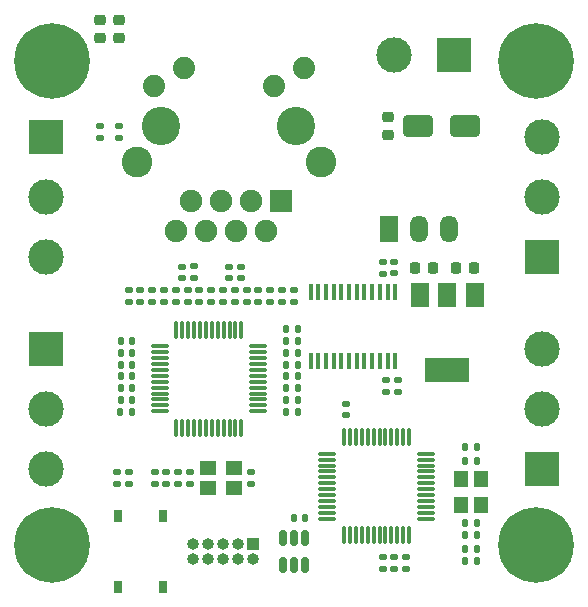
<source format=gbr>
%TF.GenerationSoftware,KiCad,Pcbnew,7.0.6*%
%TF.CreationDate,2024-06-28T04:54:33+09:00*%
%TF.ProjectId,artnet-neopixel,6172746e-6574-42d6-9e65-6f706978656c,rev?*%
%TF.SameCoordinates,Original*%
%TF.FileFunction,Soldermask,Top*%
%TF.FilePolarity,Negative*%
%FSLAX46Y46*%
G04 Gerber Fmt 4.6, Leading zero omitted, Abs format (unit mm)*
G04 Created by KiCad (PCBNEW 7.0.6) date 2024-06-28 04:54:33*
%MOMM*%
%LPD*%
G01*
G04 APERTURE LIST*
G04 Aperture macros list*
%AMRoundRect*
0 Rectangle with rounded corners*
0 $1 Rounding radius*
0 $2 $3 $4 $5 $6 $7 $8 $9 X,Y pos of 4 corners*
0 Add a 4 corners polygon primitive as box body*
4,1,4,$2,$3,$4,$5,$6,$7,$8,$9,$2,$3,0*
0 Add four circle primitives for the rounded corners*
1,1,$1+$1,$2,$3*
1,1,$1+$1,$4,$5*
1,1,$1+$1,$6,$7*
1,1,$1+$1,$8,$9*
0 Add four rect primitives between the rounded corners*
20,1,$1+$1,$2,$3,$4,$5,0*
20,1,$1+$1,$4,$5,$6,$7,0*
20,1,$1+$1,$6,$7,$8,$9,0*
20,1,$1+$1,$8,$9,$2,$3,0*%
G04 Aperture macros list end*
%ADD10R,0.450000X1.475000*%
%ADD11RoundRect,0.135000X-0.135000X-0.185000X0.135000X-0.185000X0.135000X0.185000X-0.135000X0.185000X0*%
%ADD12RoundRect,0.140000X-0.140000X-0.170000X0.140000X-0.170000X0.140000X0.170000X-0.140000X0.170000X0*%
%ADD13C,3.250000*%
%ADD14C,1.890000*%
%ADD15R,1.900000X1.900000*%
%ADD16C,1.900000*%
%ADD17C,2.600000*%
%ADD18R,3.000000X3.000000*%
%ADD19C,3.000000*%
%ADD20RoundRect,0.140000X-0.170000X0.140000X-0.170000X-0.140000X0.170000X-0.140000X0.170000X0.140000X0*%
%ADD21R,1.500000X2.000000*%
%ADD22R,3.800000X2.000000*%
%ADD23RoundRect,0.225000X0.250000X-0.225000X0.250000X0.225000X-0.250000X0.225000X-0.250000X-0.225000X0*%
%ADD24RoundRect,0.135000X0.185000X-0.135000X0.185000X0.135000X-0.185000X0.135000X-0.185000X-0.135000X0*%
%ADD25RoundRect,0.135000X0.135000X0.185000X-0.135000X0.185000X-0.135000X-0.185000X0.135000X-0.185000X0*%
%ADD26RoundRect,0.140000X0.170000X-0.140000X0.170000X0.140000X-0.170000X0.140000X-0.170000X-0.140000X0*%
%ADD27R,1.500000X2.300000*%
%ADD28O,1.500000X2.300000*%
%ADD29C,6.400000*%
%ADD30RoundRect,0.218750X-0.256250X0.218750X-0.256250X-0.218750X0.256250X-0.218750X0.256250X0.218750X0*%
%ADD31RoundRect,0.140000X0.140000X0.170000X-0.140000X0.170000X-0.140000X-0.170000X0.140000X-0.170000X0*%
%ADD32RoundRect,0.135000X-0.185000X0.135000X-0.185000X-0.135000X0.185000X-0.135000X0.185000X0.135000X0*%
%ADD33R,1.000000X1.000000*%
%ADD34O,1.000000X1.000000*%
%ADD35R,1.200000X1.400000*%
%ADD36RoundRect,0.225000X-0.225000X-0.250000X0.225000X-0.250000X0.225000X0.250000X-0.225000X0.250000X0*%
%ADD37R,0.750000X1.000000*%
%ADD38RoundRect,0.150000X0.150000X-0.512500X0.150000X0.512500X-0.150000X0.512500X-0.150000X-0.512500X0*%
%ADD39R,1.400000X1.200000*%
%ADD40RoundRect,0.225000X0.225000X0.250000X-0.225000X0.250000X-0.225000X-0.250000X0.225000X-0.250000X0*%
%ADD41RoundRect,0.075000X-0.075000X0.662500X-0.075000X-0.662500X0.075000X-0.662500X0.075000X0.662500X0*%
%ADD42RoundRect,0.075000X-0.662500X0.075000X-0.662500X-0.075000X0.662500X-0.075000X0.662500X0.075000X0*%
%ADD43RoundRect,0.075000X0.662500X0.075000X-0.662500X0.075000X-0.662500X-0.075000X0.662500X-0.075000X0*%
%ADD44RoundRect,0.075000X0.075000X0.662500X-0.075000X0.662500X-0.075000X-0.662500X0.075000X-0.662500X0*%
%ADD45RoundRect,0.250000X-1.000000X-0.650000X1.000000X-0.650000X1.000000X0.650000X-1.000000X0.650000X0*%
G04 APERTURE END LIST*
D10*
%TO.C,IC1*%
X83575000Y-74062000D03*
X82925000Y-74062000D03*
X82275000Y-74062000D03*
X81625000Y-74062000D03*
X80975000Y-74062000D03*
X80325000Y-74062000D03*
X79675000Y-74062000D03*
X79025000Y-74062000D03*
X78375000Y-74062000D03*
X77725000Y-74062000D03*
X77075000Y-74062000D03*
X76425000Y-74062000D03*
X76425000Y-79938000D03*
X77075000Y-79938000D03*
X77725000Y-79938000D03*
X78375000Y-79938000D03*
X79025000Y-79938000D03*
X79675000Y-79938000D03*
X80325000Y-79938000D03*
X80975000Y-79938000D03*
X81625000Y-79938000D03*
X82275000Y-79938000D03*
X82925000Y-79938000D03*
X83575000Y-79938000D03*
%TD*%
D11*
%TO.C,R28*%
X60290000Y-84200000D03*
X61310000Y-84200000D03*
%TD*%
D12*
%TO.C,C8*%
X89520000Y-96800000D03*
X90480000Y-96800000D03*
%TD*%
D13*
%TO.C,J7*%
X75215000Y-60030000D03*
X63785000Y-60030000D03*
D14*
X63175000Y-56650000D03*
X65715000Y-55130000D03*
X73285000Y-56650000D03*
X75825000Y-55130000D03*
D15*
X73945000Y-66370000D03*
D16*
X72675000Y-68910000D03*
X71405000Y-66370000D03*
X70135000Y-68910000D03*
X68865000Y-66370000D03*
X67595000Y-68910000D03*
X66325000Y-66370000D03*
X65055000Y-68910000D03*
D17*
X77275000Y-63080000D03*
X61725000Y-63080000D03*
%TD*%
D18*
%TO.C,J1*%
X88540000Y-54000000D03*
D19*
X83460000Y-54000000D03*
%TD*%
D20*
%TO.C,C20*%
X68000000Y-73920000D03*
X68000000Y-74880000D03*
%TD*%
%TO.C,C6*%
X83500000Y-96520000D03*
X83500000Y-97480000D03*
%TD*%
D12*
%TO.C,C13*%
X89520000Y-88400000D03*
X90480000Y-88400000D03*
%TD*%
D20*
%TO.C,C28*%
X64200000Y-89320000D03*
X64200000Y-90280000D03*
%TD*%
D21*
%TO.C,U2*%
X90300000Y-74350000D03*
X88000000Y-74350000D03*
D22*
X88000000Y-80650000D03*
D21*
X85700000Y-74350000D03*
%TD*%
D18*
%TO.C,J4*%
X96000000Y-89080000D03*
D19*
X96000000Y-84000000D03*
X96000000Y-78920000D03*
%TD*%
D20*
%TO.C,C7*%
X84500000Y-96520000D03*
X84500000Y-97480000D03*
%TD*%
%TO.C,C30*%
X63200000Y-89320000D03*
X63200000Y-90280000D03*
%TD*%
D23*
%TO.C,C1*%
X83000000Y-60775000D03*
X83000000Y-59225000D03*
%TD*%
D24*
%TO.C,R3*%
X61000000Y-90310000D03*
X61000000Y-89290000D03*
%TD*%
D18*
%TO.C,J3*%
X96000000Y-71080000D03*
D19*
X96000000Y-66000000D03*
X96000000Y-60920000D03*
%TD*%
D25*
%TO.C,R26*%
X75310000Y-81200000D03*
X74290000Y-81200000D03*
%TD*%
D20*
%TO.C,C17*%
X65500000Y-71920000D03*
X65500000Y-72880000D03*
%TD*%
D24*
%TO.C,R10*%
X66500000Y-72910000D03*
X66500000Y-71890000D03*
%TD*%
%TO.C,R1*%
X60200000Y-61020000D03*
X60200000Y-60000000D03*
%TD*%
%TO.C,R8*%
X75000000Y-74910000D03*
X75000000Y-73890000D03*
%TD*%
D26*
%TO.C,C24*%
X63000000Y-74880000D03*
X63000000Y-73920000D03*
%TD*%
D25*
%TO.C,R5*%
X90510000Y-94600000D03*
X89490000Y-94600000D03*
%TD*%
D27*
%TO.C,U1*%
X83053000Y-68707500D03*
D28*
X85593000Y-68707500D03*
X88133000Y-68707500D03*
%TD*%
D29*
%TO.C,H1*%
X54500000Y-54500000D03*
%TD*%
D30*
%TO.C,D2*%
X60200000Y-51012500D03*
X60200000Y-52587500D03*
%TD*%
D24*
%TO.C,R14*%
X66000000Y-74910000D03*
X66000000Y-73890000D03*
%TD*%
D25*
%TO.C,R27*%
X75310000Y-80200000D03*
X74290000Y-80200000D03*
%TD*%
D24*
%TO.C,R2*%
X58600000Y-61020000D03*
X58600000Y-60000000D03*
%TD*%
D25*
%TO.C,R21*%
X75310000Y-79200000D03*
X74290000Y-79200000D03*
%TD*%
D31*
%TO.C,C26*%
X61280000Y-80200000D03*
X60320000Y-80200000D03*
%TD*%
%TO.C,C27*%
X61280000Y-82200000D03*
X60320000Y-82200000D03*
%TD*%
D24*
%TO.C,R13*%
X70000000Y-74910000D03*
X70000000Y-73890000D03*
%TD*%
D32*
%TO.C,R29*%
X64000000Y-73890000D03*
X64000000Y-74910000D03*
%TD*%
D24*
%TO.C,R16*%
X67000000Y-74910000D03*
X67000000Y-73890000D03*
%TD*%
D33*
%TO.C,J2*%
X71550000Y-95375000D03*
D34*
X71550000Y-96645000D03*
X70280000Y-95375000D03*
X70280000Y-96645000D03*
X69010000Y-95375000D03*
X69010000Y-96645000D03*
X67740000Y-95375000D03*
X67740000Y-96645000D03*
X66470000Y-95375000D03*
X66470000Y-96645000D03*
%TD*%
D26*
%TO.C,C4*%
X79400000Y-84480000D03*
X79400000Y-83520000D03*
%TD*%
%TO.C,C22*%
X71000000Y-74880000D03*
X71000000Y-73920000D03*
%TD*%
D25*
%TO.C,R23*%
X75310000Y-84200000D03*
X74290000Y-84200000D03*
%TD*%
D35*
%TO.C,Y1*%
X90850000Y-92100000D03*
X90850000Y-89900000D03*
X89150000Y-89900000D03*
X89150000Y-92100000D03*
%TD*%
D36*
%TO.C,C3*%
X88725000Y-72000000D03*
X90275000Y-72000000D03*
%TD*%
D31*
%TO.C,C12*%
X90480000Y-93600000D03*
X89520000Y-93600000D03*
%TD*%
D37*
%TO.C,SW1*%
X63875000Y-93000000D03*
X63875000Y-99000000D03*
X60125000Y-93000000D03*
X60125000Y-99000000D03*
%TD*%
D20*
%TO.C,C21*%
X71400000Y-89320000D03*
X71400000Y-90280000D03*
%TD*%
D32*
%TO.C,R4*%
X82500000Y-71490000D03*
X82500000Y-72510000D03*
%TD*%
D31*
%TO.C,C5*%
X75980000Y-93200000D03*
X75020000Y-93200000D03*
%TD*%
D32*
%TO.C,R6*%
X82500000Y-96490000D03*
X82500000Y-97510000D03*
%TD*%
D26*
%TO.C,C23*%
X65000000Y-74880000D03*
X65000000Y-73920000D03*
%TD*%
D29*
%TO.C,H4*%
X95500000Y-95500000D03*
%TD*%
D32*
%TO.C,R19*%
X62000000Y-73890000D03*
X62000000Y-74910000D03*
%TD*%
D24*
%TO.C,R20*%
X66200000Y-90310000D03*
X66200000Y-89290000D03*
%TD*%
D38*
%TO.C,U3*%
X74050000Y-97137500D03*
X75000000Y-97137500D03*
X75950000Y-97137500D03*
X75950000Y-94862500D03*
X75000000Y-94862500D03*
X74050000Y-94862500D03*
%TD*%
D39*
%TO.C,Y2*%
X67700000Y-90650000D03*
X69900000Y-90650000D03*
X69900000Y-88950000D03*
X67700000Y-88950000D03*
%TD*%
D12*
%TO.C,C9*%
X89520000Y-95800000D03*
X90480000Y-95800000D03*
%TD*%
%TO.C,C10*%
X89520000Y-87200000D03*
X90480000Y-87200000D03*
%TD*%
D40*
%TO.C,C2*%
X86775000Y-72000000D03*
X85225000Y-72000000D03*
%TD*%
D20*
%TO.C,C18*%
X69500000Y-71920000D03*
X69500000Y-72880000D03*
%TD*%
D31*
%TO.C,C29*%
X61280000Y-78200000D03*
X60320000Y-78200000D03*
%TD*%
D25*
%TO.C,R17*%
X75310000Y-77200000D03*
X74290000Y-77200000D03*
%TD*%
D26*
%TO.C,C11*%
X60000000Y-90280000D03*
X60000000Y-89320000D03*
%TD*%
D29*
%TO.C,H3*%
X54500000Y-95500000D03*
%TD*%
D12*
%TO.C,C31*%
X60320000Y-83200000D03*
X61280000Y-83200000D03*
%TD*%
D31*
%TO.C,C32*%
X61280000Y-81200000D03*
X60320000Y-81200000D03*
%TD*%
D24*
%TO.C,R15*%
X69000000Y-74910000D03*
X69000000Y-73890000D03*
%TD*%
D25*
%TO.C,R18*%
X75310000Y-78200000D03*
X74290000Y-78200000D03*
%TD*%
D24*
%TO.C,R9*%
X72000000Y-74910000D03*
X72000000Y-73890000D03*
%TD*%
D26*
%TO.C,C14*%
X83500000Y-72480000D03*
X83500000Y-71520000D03*
%TD*%
D29*
%TO.C,H2*%
X95500000Y-54500000D03*
%TD*%
D41*
%TO.C,U5*%
X70550000Y-77237500D03*
X70050000Y-77237500D03*
X69550000Y-77237500D03*
X69050000Y-77237500D03*
X68550000Y-77237500D03*
X68050000Y-77237500D03*
X67550000Y-77237500D03*
X67050000Y-77237500D03*
X66550000Y-77237500D03*
X66050000Y-77237500D03*
X65550000Y-77237500D03*
X65050000Y-77237500D03*
D42*
X63637500Y-78650000D03*
X63637500Y-79150000D03*
X63637500Y-79650000D03*
X63637500Y-80150000D03*
X63637500Y-80650000D03*
X63637500Y-81150000D03*
X63637500Y-81650000D03*
X63637500Y-82150000D03*
X63637500Y-82650000D03*
X63637500Y-83150000D03*
X63637500Y-83650000D03*
X63637500Y-84150000D03*
D41*
X65050000Y-85562500D03*
X65550000Y-85562500D03*
X66050000Y-85562500D03*
X66550000Y-85562500D03*
X67050000Y-85562500D03*
X67550000Y-85562500D03*
X68050000Y-85562500D03*
X68550000Y-85562500D03*
X69050000Y-85562500D03*
X69550000Y-85562500D03*
X70050000Y-85562500D03*
X70550000Y-85562500D03*
D42*
X71962500Y-84150000D03*
X71962500Y-83650000D03*
X71962500Y-83150000D03*
X71962500Y-82650000D03*
X71962500Y-82150000D03*
X71962500Y-81650000D03*
X71962500Y-81150000D03*
X71962500Y-80650000D03*
X71962500Y-80150000D03*
X71962500Y-79650000D03*
X71962500Y-79150000D03*
X71962500Y-78650000D03*
%TD*%
D20*
%TO.C,C15*%
X83800000Y-81520000D03*
X83800000Y-82480000D03*
%TD*%
%TO.C,C16*%
X70500000Y-71920000D03*
X70500000Y-72880000D03*
%TD*%
D30*
%TO.C,D3*%
X58600000Y-51012500D03*
X58600000Y-52587500D03*
%TD*%
D18*
%TO.C,J5*%
X54000000Y-78920000D03*
D19*
X54000000Y-84000000D03*
X54000000Y-89080000D03*
%TD*%
D32*
%TO.C,R22*%
X61000000Y-73890000D03*
X61000000Y-74910000D03*
%TD*%
D24*
%TO.C,R12*%
X73000000Y-74910000D03*
X73000000Y-73890000D03*
%TD*%
D31*
%TO.C,C25*%
X61280000Y-79200000D03*
X60320000Y-79200000D03*
%TD*%
D43*
%TO.C,U4*%
X86162500Y-93250000D03*
X86162500Y-92750000D03*
X86162500Y-92250000D03*
X86162500Y-91750000D03*
X86162500Y-91250000D03*
X86162500Y-90750000D03*
X86162500Y-90250000D03*
X86162500Y-89750000D03*
X86162500Y-89250000D03*
X86162500Y-88750000D03*
X86162500Y-88250000D03*
X86162500Y-87750000D03*
D44*
X84750000Y-86337500D03*
X84250000Y-86337500D03*
X83750000Y-86337500D03*
X83250000Y-86337500D03*
X82750000Y-86337500D03*
X82250000Y-86337500D03*
X81750000Y-86337500D03*
X81250000Y-86337500D03*
X80750000Y-86337500D03*
X80250000Y-86337500D03*
X79750000Y-86337500D03*
X79250000Y-86337500D03*
D43*
X77837500Y-87750000D03*
X77837500Y-88250000D03*
X77837500Y-88750000D03*
X77837500Y-89250000D03*
X77837500Y-89750000D03*
X77837500Y-90250000D03*
X77837500Y-90750000D03*
X77837500Y-91250000D03*
X77837500Y-91750000D03*
X77837500Y-92250000D03*
X77837500Y-92750000D03*
X77837500Y-93250000D03*
D44*
X79250000Y-94662500D03*
X79750000Y-94662500D03*
X80250000Y-94662500D03*
X80750000Y-94662500D03*
X81250000Y-94662500D03*
X81750000Y-94662500D03*
X82250000Y-94662500D03*
X82750000Y-94662500D03*
X83250000Y-94662500D03*
X83750000Y-94662500D03*
X84250000Y-94662500D03*
X84750000Y-94662500D03*
%TD*%
D45*
%TO.C,D1*%
X85500000Y-60000000D03*
X89500000Y-60000000D03*
%TD*%
D24*
%TO.C,R11*%
X74000000Y-74910000D03*
X74000000Y-73890000D03*
%TD*%
D26*
%TO.C,C19*%
X65200000Y-90280000D03*
X65200000Y-89320000D03*
%TD*%
D25*
%TO.C,R25*%
X75310000Y-82200000D03*
X74290000Y-82200000D03*
%TD*%
D18*
%TO.C,J6*%
X54000000Y-60920000D03*
D19*
X54000000Y-66000000D03*
X54000000Y-71080000D03*
%TD*%
D25*
%TO.C,R24*%
X75310000Y-83200000D03*
X74290000Y-83200000D03*
%TD*%
D32*
%TO.C,R7*%
X82800000Y-81490000D03*
X82800000Y-82510000D03*
%TD*%
M02*

</source>
